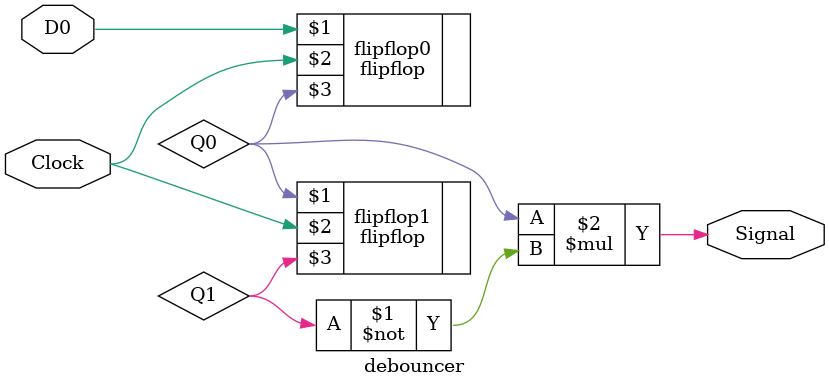
<source format=v>
module debouncer(D0, Clock, Signal);
	input D0, Clock;
	output Signal;
	wire Q0, Q1;
	//check if the signal is activated 2 times with time interval of 5ms
	//if both results are high then the key is determined to be pressed
	flipflop flipflop0(D0, Clock, Q0);
	flipflop flipflop1(Q0, Clock, Q1);
		
	wire Signal = Q0*(~Q1);
		
endmodule


</source>
